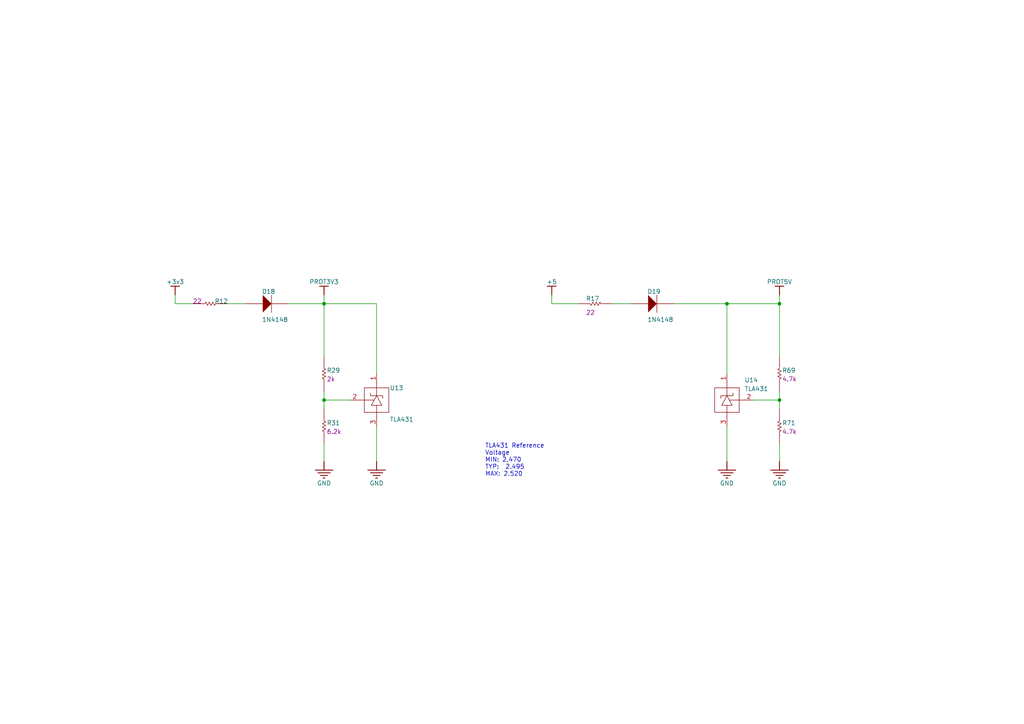
<source format=kicad_sch>
(kicad_sch (version 20250114) (generator "eeschema") (generator_version "9.0")
  (paper "User" 297.002 210.007)
  (title_block (title "IO Protection Clamps"))
  (lib_symbols
    (symbol "ARDEP2_Mainboard:+3v3_BAR" (power)
      (property "Value" "+3v3" (at 0 -3.81 0))
      (symbol "+3v3_BAR_0_0"
        (polyline (pts (xy -1.27 -2.54) (xy 1.27 -2.54)) (stroke (width 0.254)))
        (polyline (pts (xy 0 0) (xy 0 -2.54)) (stroke (width 0.254)))
        (pin power_in line (at 0 0 0) (length 0) (hide yes) (name "+3v3") (number ""))
      )
    )
    (symbol "ARDEP2_Mainboard:+5_BAR" (power)
      (property "Value" "+5" (at 0 -3.81 0))
      (symbol "+5_BAR_0_0"
        (polyline (pts (xy -1.27 -2.54) (xy 1.27 -2.54)) (stroke (width 0.254)))
        (polyline (pts (xy 0 0) (xy 0 -2.54)) (stroke (width 0.254)))
        (pin power_in line (at 0 0 0) (length 0) (hide yes) (name "+5") (number ""))
      )
    )
    (symbol "ARDEP2_Mainboard:GND_POWER_GROUND" (power)
      (property "Value" "GND" (at 0 -6.35 0))
      (symbol "GND_POWER_GROUND_0_0"
        (polyline (pts (xy -2.54 -2.54) (xy 2.54 -2.54)) (stroke (width 0.254)))
        (polyline (pts (xy -1.778 -3.302) (xy 1.778 -3.302)) (stroke (width 0.254)))
        (polyline (pts (xy -1.016 -4.064) (xy 1.016 -4.064)) (stroke (width 0.254)))
        (polyline (pts (xy -0.254 -4.826) (xy 0.254 -4.826)) (stroke (width 0.254)))
        (polyline (pts (xy 0 0) (xy 0 -2.54)) (stroke (width 0.254)))
        (pin power_in line (at 0 0 0) (length 0) (hide yes) (name "GND") (number ""))
      )
    )
    (symbol "ARDEP2_Mainboard:PROT3V3_BAR" (power)
      (property "Value" "PROT3V3" (at 0 -3.81 0))
      (symbol "PROT3V3_BAR_0_0"
        (polyline (pts (xy -1.27 -2.54) (xy 1.27 -2.54)) (stroke (width 0.254)))
        (polyline (pts (xy 0 0) (xy 0 -2.54)) (stroke (width 0.254)))
        (pin power_in line (at 0 0 0) (length 0) (hide yes) (name "PROT3V3") (number ""))
      )
    )
    (symbol "ARDEP2_Mainboard:PROT5V_BAR" (power)
      (property "Value" "PROT5V" (at 0 -3.81 0))
      (symbol "PROT5V_BAR_0_0"
        (polyline (pts (xy -1.27 -2.54) (xy 1.27 -2.54)) (stroke (width 0.254)))
        (polyline (pts (xy 0 0) (xy 0 -2.54)) (stroke (width 0.254)))
        (pin power_in line (at 0 0 0) (length 0) (hide yes) (name "PROT5V") (number ""))
      )
    )
    (symbol "ARDEP2_Mainboard:root_0_Resistor_Frickly Systems GmbH" (pin_numbers (hide yes)) (pin_names (hide yes))
      (symbol "root_0_Resistor_Frickly Systems GmbH_1_0"
        (polyline (pts (xy 5.08 0) (xy 4.064 0) (xy 3.81 -0.508) (xy 3.302 0.508) (xy 2.794 -0.508) (xy 2.286 0.508) (xy 1.778 -0.508) (xy 1.27 0.508) (xy 1.016 0) (xy 0 0)))
        (pin passive line (at -2.54 0 0) (length 2.54) (name "1") (number "1"))
        (pin passive line (at 7.62 0 180) (length 2.54) (name "2") (number "2"))
      )
    )
    (symbol "ARDEP2_Mainboard:root_0_TLA431-Shunt Reference_Frickly Systems GmbH" (pin_names (hide yes))
      (symbol "root_0_TLA431-Shunt Reference_Frickly Systems GmbH_1_0"
        (polyline (pts (xy -3.302 3.556) (xy -3.556 3.556) (xy -3.556 -3.556) (xy 3.556 -3.556) (xy 3.556 3.556) (xy -3.302 3.556)))
        (polyline (pts (xy -1.524 1.27) (xy 1.778 1.27) (xy 1.778 0.508) (xy 1.778 1.27) (xy -1.778 1.27) (xy -1.778 2.032)))
        (polyline (pts (xy -0.762 0) (xy -5.08 0)))
        (polyline (pts (xy 0 1.27) (xy 0 5.08)))
        (polyline (pts (xy 0 1.27) (xy -1.524 -1.524) (xy 1.524 -1.524) (xy 0 1.27)))
        (polyline (pts (xy 0 -1.524) (xy 0 -5.08)))
        (pin passive line (at -7.62 0 0) (length 2.54) (name "cathode") (number "2"))
        (pin passive line (at 0 7.62 270) (length 2.54) (name "ref") (number "1"))
        (pin passive line (at 0 -7.62 90) (length 2.54) (name "anode") (number "3"))
      )
    )
    (symbol "ARDEP2_Mainboard:root_0_mirrored_Resistor_Frickly Systems GmbH" (pin_numbers (hide yes)) (pin_names (hide yes))
      (symbol "root_0_mirrored_Resistor_Frickly Systems GmbH_1_0"
        (polyline (pts (xy -5.08 0) (xy -4.064 0) (xy -3.81 -0.508) (xy -3.302 0.508) (xy -2.794 -0.508) (xy -2.286 0.508) (xy -1.778 -0.508) (xy -1.27 0.508) (xy -1.016 0) (xy 0 0)))
        (pin passive line (at -7.62 0 0) (length 2.54) (name "2") (number "2"))
        (pin passive line (at 2.54 0 180) (length 2.54) (name "1") (number "1"))
      )
    )
    (symbol "ARDEP2_Mainboard:root_0_mirrored_TLA431-Shunt Reference_Frickly Systems GmbH" (pin_names (hide yes))
      (symbol "root_0_mirrored_TLA431-Shunt Reference_Frickly Systems GmbH_1_0"
        (polyline (pts (xy 0 1.27) (xy 0 5.08)))
        (polyline (pts (xy 0 1.27) (xy 1.524 -1.524) (xy -1.524 -1.524) (xy 0 1.27)))
        (polyline (pts (xy 0 -1.524) (xy 0 -5.08)))
        (polyline (pts (xy 0.762 0) (xy 5.08 0)))
        (polyline (pts (xy 1.524 1.27) (xy -1.778 1.27) (xy -1.778 0.508) (xy -1.778 1.27) (xy 1.778 1.27) (xy 1.778 2.032)))
        (polyline (pts (xy 3.302 3.556) (xy 3.556 3.556) (xy 3.556 -3.556) (xy -3.556 -3.556) (xy -3.556 3.556) (xy 3.302 3.556)))
        (pin passive line (at 0 7.62 270) (length 2.54) (name "ref") (number "1"))
        (pin passive line (at 0 -7.62 90) (length 2.54) (name "anode") (number "3"))
        (pin passive line (at 7.62 0 180) (length 2.54) (name "cathode") (number "2"))
      )
    )
    (symbol "ARDEP2_Mainboard:root_1_Resistor_Frickly Systems GmbH" (pin_numbers (hide yes)) (pin_names (hide yes))
      (symbol "root_1_Resistor_Frickly Systems GmbH_1_0"
        (polyline (pts (xy 0 5.08) (xy 0 4.064) (xy 0.508 3.81) (xy -0.508 3.302) (xy 0.508 2.794) (xy -0.508 2.286) (xy 0.508 1.778) (xy -0.508 1.27) (xy 0 1.016) (xy 0 0)))
        (pin passive line (at 0 7.62 270) (length 2.54) (name "2") (number "2"))
        (pin passive line (at 0 -2.54 90) (length 2.54) (name "1") (number "1"))
      )
    )
    (symbol "ARDEP2_Mainboard:root_2_D-AK-2_Frickly Systems GmbH" (pin_numbers (hide yes)) (pin_names (hide yes))
      (symbol "root_2_D-AK-2_Frickly Systems GmbH_1_0"
        (polyline (pts (xy -2.54 -2.54) (xy 0 0) (xy -2.54 2.54) (xy -2.54 -2.54)) (stroke (width -0.0001)) (fill (type outline)))
        (polyline (pts (xy 0 2.54) (xy 0 -2.54)))
        (pin passive line (at -7.62 0 0) (length 5.08) (name "A") (number "2"))
        (pin passive line (at 5.08 0 180) (length 5.08) (name "K") (number "1"))
      )
    )
    (symbol "ARDEP2_Mainboard:root_3_mirrored_Resistor_Frickly Systems GmbH" (pin_numbers (hide yes)) (pin_names (hide yes))
      (symbol "root_3_mirrored_Resistor_Frickly Systems GmbH_1_0"
        (polyline (pts (xy 0 -5.08) (xy 0 -4.064) (xy 0.508 -3.81) (xy -0.508 -3.302) (xy 0.508 -2.794) (xy -0.508 -2.286) (xy 0.508 -1.778) (xy -0.508 -1.27) (xy 0 -1.016) (xy 0 0)))
        (pin passive line (at 0 2.54 270) (length 2.54) (name "1") (number "1"))
        (pin passive line (at 0 -7.62 90) (length 2.54) (name "2") (number "2"))
      )
    )
    (symbol "root_1_Resistor_Frickly Systems GmbH_1" (pin_numbers (hide yes)) (pin_names (hide yes))
      (symbol "root_1_Resistor_Frickly Systems GmbH_1_1_0"
        (polyline (pts (xy 0 5.08) (xy 0 4.064) (xy 0.508 3.81) (xy -0.508 3.302) (xy 0.508 2.794) (xy -0.508 2.286) (xy 0.508 1.778) (xy -0.508 1.27) (xy 0 1.016) (xy 0 0)))
        (pin passive line (at 0 7.62 270) (length 2.54) (name "2") (number "2"))
        (pin passive line (at 0 -2.54 90) (length 2.54) (name "1") (number "1"))
      )
    )
  )
  (text "" (at 147.32 156.6672 0) (effects (font (size 1.016 1.016) (thickness 0.2032) (bold yes)) (justify left bottom)))
  (text_box "TLA431 Reference Voltage\nMIN: 2.470 \nTYP:  2.495 \nMAX: 2.520" (at 165.1 127.4572 0) (size -25.4 10.16) (margins 0.9525 0.9525 0.9525 0.9525) (stroke (width -0.0001) (color 0 0 0 1)) (fill (type color) (color 255 255 255 1)) (effects (font (size 1.27 1.27)) (justify left top)))
  (junction (at 93.98 88.0872))
  (junction (at 210.82 88.0872))
  (junction (at 226.06 88.0872))
  (junction (at 226.06 116.0272))
  (junction (at 93.98 116.0272))
  (wire (pts (xy 101.6 116.0272) (xy 93.98 116.0272)))
  (wire (pts (xy 50.8 88.0872) (xy 55.88 88.0872)))
  (wire (pts (xy 160.02 88.0872) (xy 160.02 85.5472)))
  (wire (pts (xy 109.22 88.0872) (xy 109.22 108.4072)))
  (wire (pts (xy 93.98 85.5472) (xy 93.98 88.0872)))
  (wire (pts (xy 93.98 116.0272) (xy 93.98 118.5672)))
  (wire (pts (xy 210.82 123.6472) (xy 210.82 133.8072)))
  (wire (pts (xy 167.64 88.0872) (xy 160.02 88.0872)))
  (wire (pts (xy 50.8 85.5472) (xy 50.8 88.0872)))
  (wire (pts (xy 226.06 85.5472) (xy 226.06 88.0872)))
  (wire (pts (xy 226.06 113.4872) (xy 226.06 116.0272)))
  (wire (pts (xy 226.06 103.3272) (xy 226.06 88.0872)))
  (wire (pts (xy 93.98 128.7272) (xy 93.98 133.8072)))
  (wire (pts (xy 226.06 116.0272) (xy 226.06 118.5672)))
  (wire (pts (xy 210.82 88.0872) (xy 195.58 88.0872)))
  (wire (pts (xy 93.98 113.4872) (xy 93.98 116.0272)))
  (wire (pts (xy 226.06 128.7272) (xy 226.06 133.8072)))
  (wire (pts (xy 109.22 123.6472) (xy 109.22 133.8072)))
  (wire (pts (xy 182.88 88.0872) (xy 177.8 88.0872)))
  (wire (pts (xy 93.98 88.0872) (xy 109.22 88.0872)))
  (wire (pts (xy 83.82 88.0872) (xy 93.98 88.0872)))
  (wire (pts (xy 66.04 88.0872) (xy 71.12 88.0872)))
  (wire (pts (xy 93.98 103.3272) (xy 93.98 88.0872)))
  (wire (pts (xy 218.44 116.0272) (xy 226.06 116.0272)))
  (wire (pts (xy 226.06 88.0872) (xy 210.82 88.0872)))
  (wire (pts (xy 210.82 88.0872) (xy 210.82 108.4072)))
  (symbol (lib_id "ARDEP2_Mainboard:GND_POWER_GROUND") (at 226.06 133.8072 0) (unit 1)
    (property "Reference" "#PWR041" (effects (hide yes)))
    (property "Value" "GND" (at 226.06 140.1572 0))
  )
  (symbol (lib_id "ARDEP2_Mainboard:root_0_Resistor_Frickly Systems GmbH") (at 58.42 88.0872 0) (unit 1)
    (property "Reference" "R12" (at 62.23 88.0872 0) (effects (justify left bottom)))
    (property "Value" "Resistor 22R +/-1% 0603 100 mW" (effects (hide yes)))
    (property "Footprint" "R_0603_JB" (effects (hide yes)))
    (property "Description" "Chip Resistor, 22 Ohm, +/- 1%, 100 mW, -55 to 155 degC, 0603 (1608 Metric)" (effects (hide yes)))
    (property "ROHS COMPLIANT" "True" (effects (hide yes)))
    (property "TOLERANCE" "1%" (effects (hide yes)))
    (property "MIN OPERATING TEMPERATURE" "-55°C" (effects (hide yes)))
    (property "PINS" "2" (effects (hide yes)))
    (property "ALTIUM_VALUE" "22" (at 55.88 88.0872 0) (effects (justify left bottom)))
    (property "MAX OPERATING TEMPERATURE" "155°C" (effects (hide yes)))
    (property "POWER" "100mW" (effects (hide yes)))
    (property "CASE/PACKAGE" "0603" (effects (hide yes)))
    (property "VOLTAGE RATING" "75V" (effects (hide yes)))
    (property "MOUNTING TECHNOLOGY" "SM" (effects (hide yes)))
  )
  (symbol (lib_id "ARDEP2_Mainboard:root_3_mirrored_Resistor_Frickly Systems GmbH") (at 226.06 121.1072 0) (unit 1)
    (property "Reference" "R71" (at 226.822 123.3932 0) (effects (justify left bottom)))
    (property "Value" "Resistor 4k7 +/-1% 0603 100 mW" (effects (hide yes)))
    (property "Footprint" "R_0603_JB" (effects (hide yes)))
    (property "Description" "Chip Resistor, 4.7 KOhm, +/- 1%, 0.1 W, -55 to 155 degC, 0603 (1608 Metric)" (effects (hide yes)))
    (property "PINS" "2" (effects (hide yes)))
    (property "MAX OPERATING TEMPERATURE" "155°C" (effects (hide yes)))
    (property "MOUNTING TECHNOLOGY" "SM" (effects (hide yes)))
    (property "POWER" "100mW" (effects (hide yes)))
    (property "ALTIUM_VALUE" "4.7k" (at 226.822 125.9332 0) (effects (justify left bottom)))
    (property "ROHS COMPLIANT" "True" (effects (hide yes)))
    (property "MIN OPERATING TEMPERATURE" "-55°C" (effects (hide yes)))
    (property "CASE/PACKAGE" "0603" (effects (hide yes)))
    (property "TOLERANCE" "1%" (effects (hide yes)))
  )
  (symbol (lib_id "ARDEP2_Mainboard:GND_POWER_GROUND") (at 210.82 133.8072 0) (unit 1)
    (property "Reference" "#PWR039" (effects (hide yes)))
    (property "Value" "GND" (at 210.82 140.1572 0))
  )
  (symbol (lib_id "ARDEP2_Mainboard:root_0_mirrored_Resistor_Frickly Systems GmbH") (at 175.26 88.0872 0) (unit 1)
    (property "Reference" "R17" (at 169.926 87.3252 0) (effects (justify left bottom)))
    (property "Value" "Resistor 22R +/-1% 0603 100 mW" (effects (hide yes)))
    (property "Footprint" "R_0603_JB" (effects (hide yes)))
    (property "Description" "Chip Resistor, 22 Ohm, +/- 1%, 100 mW, -55 to 155 degC, 0603 (1608 Metric)" (effects (hide yes)))
    (property "ROHS COMPLIANT" "True" (effects (hide yes)))
    (property "TOLERANCE" "1%" (effects (hide yes)))
    (property "MIN OPERATING TEMPERATURE" "-55°C" (effects (hide yes)))
    (property "PINS" "2" (effects (hide yes)))
    (property "ALTIUM_VALUE" "22" (at 169.926 91.3892 0) (effects (justify left bottom)))
    (property "MAX OPERATING TEMPERATURE" "155°C" (effects (hide yes)))
    (property "POWER" "100mW" (effects (hide yes)))
    (property "CASE/PACKAGE" "0603" (effects (hide yes)))
    (property "VOLTAGE RATING" "75V" (effects (hide yes)))
    (property "MOUNTING TECHNOLOGY" "SM" (effects (hide yes)))
  )
  (symbol (lib_id "ARDEP2_Mainboard:GND_POWER_GROUND") (at 93.98 133.8072 0) (unit 1)
    (property "Reference" "#PWR036" (effects (hide yes)))
    (property "Value" "GND" (at 93.98 140.1572 0))
  )
  (symbol (lib_id "ARDEP2_Mainboard:root_2_D-AK-2_Frickly Systems GmbH") (at 78.74 88.0872 0) (unit 1)
    (property "Reference" "D18" (at 75.946 85.2932 0) (effects (justify left bottom)))
    (property "Value" "1N4148" (at 75.946 93.4212 0) (effects (justify left bottom)))
    (property "Footprint" "D_SOD323-2_JB" (effects (hide yes)))
    (property "Description" "Rectifier Diode, 1 Phase, 1 Element, 0.2A, 100V V(RRM), Silicon" (effects (hide yes)))
    (property "MAX OPERATING TEMPERATURE" "150°C" (effects (hide yes)))
    (property "ROHS COMPLIANT" "Yes" (effects (hide yes)))
    (property "MIN OPERATING TEMPERATURE" "-55°C" (effects (hide yes)))
  )
  (symbol (lib_id "ARDEP2_Mainboard:root_2_D-AK-2_Frickly Systems GmbH") (at 190.5 88.0872 0) (unit 1)
    (property "Reference" "D19" (at 187.706 85.2932 0) (effects (justify left bottom)))
    (property "Value" "1N4148" (at 187.706 93.4212 0) (effects (justify left bottom)))
    (property "Footprint" "D_SOD323-2_JB" (effects (hide yes)))
    (property "Description" "Rectifier Diode, 1 Phase, 1 Element, 0.2A, 100V V(RRM), Silicon" (effects (hide yes)))
    (property "MAX OPERATING TEMPERATURE" "150°C" (effects (hide yes)))
    (property "ROHS COMPLIANT" "Yes" (effects (hide yes)))
    (property "MIN OPERATING TEMPERATURE" "-55°C" (effects (hide yes)))
  )
  (symbol (lib_id "ARDEP2_Mainboard:GND_POWER_GROUND") (at 109.22 133.8072 0) (unit 1)
    (property "Reference" "#PWR037" (effects (hide yes)))
    (property "Value" "GND" (at 109.22 140.1572 0))
  )
  (symbol (lib_id "ARDEP2_Mainboard:+3v3_BAR") (at 50.8 85.5472 180) (unit 1)
    (property "Reference" "#PWR034" (effects (hide yes)))
    (property "Value" "+3v3" (at 50.8 81.7372 0))
  )
  (symbol (lib_id "ARDEP2_Mainboard:PROT5V_BAR") (at 226.06 85.5472 180) (unit 1)
    (property "Reference" "#PWR040" (effects (hide yes)))
    (property "Value" "PROT5V" (at 226.06 81.7372 0))
  )
  (symbol (lib_id "ARDEP2_Mainboard:root_0_TLA431-Shunt Reference_Frickly Systems GmbH") (at 109.22 116.0272 0) (unit 1)
    (property "Reference" "U13" (at 113.03 113.2332 0) (effects (justify left bottom)))
    (property "Value" "TLA431" (at 113.03 122.3772 0) (effects (justify left bottom)))
    (property "Footprint" "SOT23-3_JB" (effects (hide yes)))
    (property "Description" "All-capacitor stable precision programmable reference with KRA pin layout 3-SOT-23 -40 to 85" (effects (hide yes)))
    (property "MIN OPERATING TEMPERATURE" "-40°C" (effects (hide yes)))
    (property "PINS" "3" (effects (hide yes)))
    (property "MAXIMUM SHUNT CURRENT" "100mA" (effects (hide yes)))
    (property "CASE/PACKAGE" "SOT23-3" (effects (hide yes)))
    (property "MIN SUPPLY VOLTAGE" "2.4V" (effects (hide yes)))
    (property "MAX SUPPLY VOLTAGE" "36V" (effects (hide yes)))
    (property "ROHS COMPLIANT" "yes" (effects (hide yes)))
    (property "MAX OPERATING TEMPERATURE" "125°C" (effects (hide yes)))
    (property "MOUNTING TECHNOLOGY" "SMD" (effects (hide yes)))
  )
  (symbol (lib_id "ARDEP2_Mainboard:+5_BAR") (at 160.02 85.5472 180) (unit 1)
    (property "Reference" "#PWR038" (effects (hide yes)))
    (property "Value" "+5" (at 160.02 81.7372 0))
  )
  (symbol (lib_id "ARDEP2_Mainboard:root_3_mirrored_Resistor_Frickly Systems GmbH") (at 226.06 105.8672 0) (unit 1)
    (property "Reference" "R69" (at 226.822 108.1532 0) (effects (justify left bottom)))
    (property "Value" "Resistor 4k7 +/-1% 0603 100 mW" (effects (hide yes)))
    (property "Footprint" "R_0603_JB" (effects (hide yes)))
    (property "Description" "Chip Resistor, 4.7 KOhm, +/- 1%, 0.1 W, -55 to 155 degC, 0603 (1608 Metric)" (effects (hide yes)))
    (property "PINS" "2" (effects (hide yes)))
    (property "MAX OPERATING TEMPERATURE" "155°C" (effects (hide yes)))
    (property "MOUNTING TECHNOLOGY" "SM" (effects (hide yes)))
    (property "POWER" "100mW" (effects (hide yes)))
    (property "ALTIUM_VALUE" "4.7k" (at 226.822 110.6932 0) (effects (justify left bottom)))
    (property "ROHS COMPLIANT" "True" (effects (hide yes)))
    (property "MIN OPERATING TEMPERATURE" "-55°C" (effects (hide yes)))
    (property "CASE/PACKAGE" "0603" (effects (hide yes)))
    (property "TOLERANCE" "1%" (effects (hide yes)))
  )
  (symbol (lib_id "ARDEP2_Mainboard:root_0_mirrored_TLA431-Shunt Reference_Frickly Systems GmbH") (at 210.82 116.0272 0) (unit 1)
    (property "Reference" "U14" (at 215.9 110.9472 0) (effects (justify left bottom)))
    (property "Value" "TLA431" (at 215.9 113.4872 0) (effects (justify left bottom)))
    (property "Footprint" "SOT23-3_JB" (effects (hide yes)))
    (property "Description" "All-capacitor stable precision programmable reference with KRA pin layout 3-SOT-23 -40 to 85" (effects (hide yes)))
    (property "MIN OPERATING TEMPERATURE" "-40°C" (effects (hide yes)))
    (property "PINS" "3" (effects (hide yes)))
    (property "MAXIMUM SHUNT CURRENT" "100mA" (effects (hide yes)))
    (property "CASE/PACKAGE" "SOT23-3" (effects (hide yes)))
    (property "MIN SUPPLY VOLTAGE" "2.4V" (effects (hide yes)))
    (property "MAX SUPPLY VOLTAGE" "36V" (effects (hide yes)))
    (property "ROHS COMPLIANT" "yes" (effects (hide yes)))
    (property "MAX OPERATING TEMPERATURE" "125°C" (effects (hide yes)))
    (property "MOUNTING TECHNOLOGY" "SMD" (effects (hide yes)))
  )
  (symbol (lib_name "root_1_Resistor_Frickly Systems GmbH_1") (lib_id "ARDEP2_Mainboard:root_1_Resistor_Frickly Systems GmbH_1") (at 93.98 110.9472 0) (unit 1)
    (property "Reference" "R29" (at 94.742 108.1532 0) (effects (justify left bottom)))
    (property "Value" "Resistor 2k +/-1% 0603 100mW" (effects (hide yes)))
    (property "Footprint" "R_0603_JB" (effects (hide yes)))
    (property "Description" "RC0603FR-072KL" (effects (hide yes)))
    (property "ROHS COMPLIANT" "Yes" (effects (hide yes)))
    (property "PINS" "2" (effects (hide yes)))
    (property "ALTIUM_VALUE" "2k" (at 94.742 110.6932 0) (effects (justify left bottom)))
    (property "CASE/PACKAGE" "0603" (effects (hide yes)))
    (property "MOUNTING TECHNOLOGY" "Surface Mount" (effects (hide yes)))
    (property "POWER" "100mW" (effects (hide yes)))
    (property "MAX OPERATING TEMPERATURE" "155°C" (effects (hide yes)))
    (property "MIN OPERATING TEMPERATURE" "-55°C" (effects (hide yes)))
    (property "TOLERANCE" "1%" (effects (hide yes)))
  )
  (symbol (lib_id "ARDEP2_Mainboard:root_1_Resistor_Frickly Systems GmbH") (at 93.98 126.1872 0) (unit 1)
    (property "Reference" "R31" (at 94.742 123.3932 0) (effects (justify left bottom)))
    (property "Value" "Resistor 6.2k +/-1% 0603" (effects (hide yes)))
    (property "Footprint" "R_0603_JB" (effects (hide yes)))
    (property "Description" "Fixed Resistor, Thin Film, 0.1W, 6200ohm, 75V, 1% +/-Tol, 25ppm/Cel, Surface Mount, 0603" (effects (hide yes)))
    (property "MOUNTING TECHNOLOGY" "SMD" (effects (hide yes)))
    (property "ALTIUM_VALUE" "6.2k" (at 94.742 125.9332 0) (effects (justify left bottom)))
    (property "MAX OPERATING TEMPERATURE" "155°C" (effects (hide yes)))
    (property "WIDTH" "800µm" (effects (hide yes)))
    (property "POWER" "100mW" (effects (hide yes)))
    (property "ROHS COMPLIANT" "YES" (effects (hide yes)))
    (property "VOLTAGE RATING" "75V" (effects (hide yes)))
    (property "TOLERANCE" "1%" (effects (hide yes)))
    (property "CASE/PACKAGE" "0603" (effects (hide yes)))
    (property "WORKING VOLTAGE" "75V" (effects (hide yes)))
    (property "MIN OPERATING TEMPERATURE" "-55°C" (effects (hide yes)))
    (property "PINS" "2" (effects (hide yes)))
    (property "TEMPERATURE COEFFICIENT" "25ppm/°C" (effects (hide yes)))
  )
  (symbol (lib_id "ARDEP2_Mainboard:PROT3V3_BAR") (at 93.98 85.5472 180) (unit 1)
    (property "Reference" "#PWR035" (effects (hide yes)))
    (property "Value" "PROT3V3" (at 93.98 81.7372 0))
  )
)
</source>
